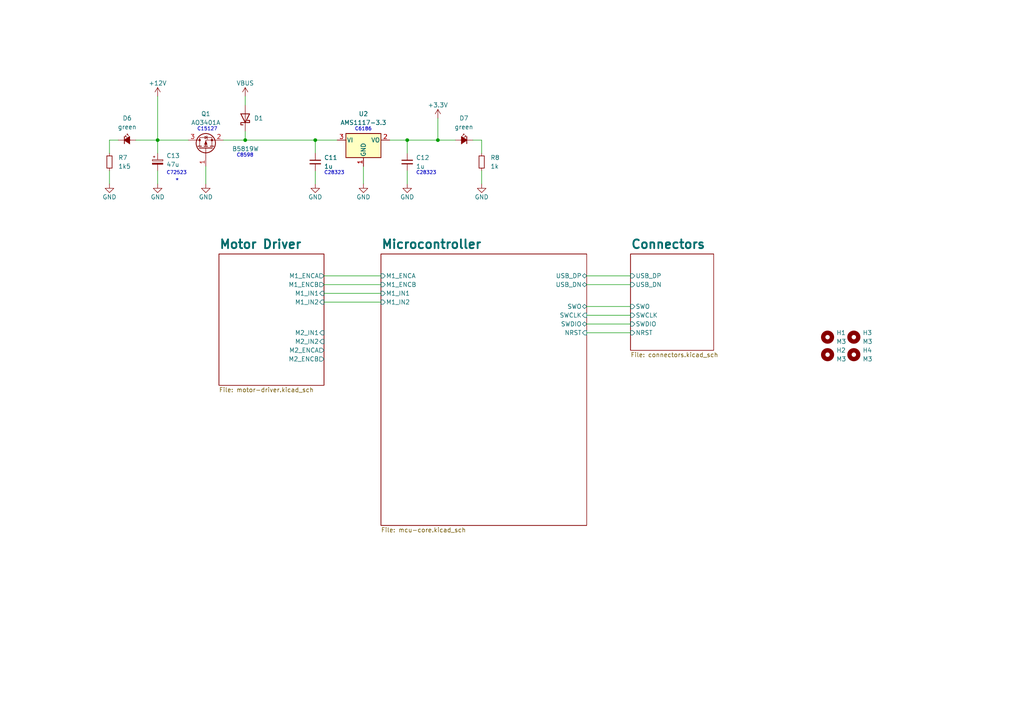
<source format=kicad_sch>
(kicad_sch (version 20211123) (generator eeschema)
  (paper "A4")
  (lib_symbols
    (symbol "Device:C_Polarized_Small" (pin_numbers hide) (pin_names (offset 0.254) hide)
      (property "Reference" "C" (at 0.254 1.778 0))
      (property "Value" "C_Polarized_Small" (at 0.254 -2.032 0))
      (symbol "C_Polarized_Small_0_1"
        (rectangle (start -1.524 -0.3048) (end 1.524 -0.6858) (fill (type outline)))
        (rectangle (start -1.524 0.6858) (end 1.524 0.3048))
        (polyline (pts (xy -1.27 1.524) (xy -0.762 1.524)))
        (polyline (pts (xy -1.016 1.27) (xy -1.016 1.778)))
      )
      (symbol "C_Polarized_Small_1_1"
        (pin passive line (at 0 2.54 270) (length 1.8542) (name "~") (number "1"))
        (pin passive line (at 0 -2.54 90) (length 1.8542) (name "~") (number "2"))
      )
    )
    (symbol "Device:C_Small" (pin_numbers hide) (pin_names (offset 0.254) hide)
      (property "Reference" "C" (at 0.254 1.778 0))
      (property "Value" "C_Small" (at 0.254 -2.032 0))
      (symbol "C_Small_0_1"
        (polyline (pts (xy -1.524 -0.508) (xy 1.524 -0.508)) (stroke (width 0.3302)))
        (polyline (pts (xy -1.524 0.508) (xy 1.524 0.508)) (stroke (width 0.3048)))
      )
      (symbol "C_Small_1_1"
        (pin passive line (at 0 2.54 270) (length 2.032) (name "~") (number "1"))
        (pin passive line (at 0 -2.54 90) (length 2.032) (name "~") (number "2"))
      )
    )
    (symbol "Device:D_Schottky" (pin_numbers hide) (pin_names (offset 1.016) hide)
      (property "Reference" "D" (at 0 2.54 0))
      (property "Value" "D_Schottky" (at 0 -2.54 0))
      (symbol "D_Schottky_0_1"
        (polyline (pts (xy 1.27 0) (xy -1.27 0)))
        (polyline (pts (xy 1.27 1.27) (xy 1.27 -1.27) (xy -1.27 0) (xy 1.27 1.27)) (stroke (width 0.254)))
        (polyline (pts (xy -1.905 0.635) (xy -1.905 1.27) (xy -1.27 1.27) (xy -1.27 -1.27) (xy -0.635 -1.27) (xy -0.635 -0.635)) (stroke (width 0.254)))
      )
      (symbol "D_Schottky_1_1"
        (pin passive line (at -3.81 0 0) (length 2.54) (name "K") (number "1"))
        (pin passive line (at 3.81 0 180) (length 2.54) (name "A") (number "2"))
      )
    )
    (symbol "Device:LED_Small_Filled" (pin_numbers hide) (pin_names (offset 0.254) hide)
      (property "Reference" "D" (at -1.27 3.175 0))
      (property "Value" "LED_Small_Filled" (at -4.445 -2.54 0))
      (symbol "LED_Small_Filled_0_1"
        (polyline (pts (xy -0.762 -1.016) (xy -0.762 1.016)) (stroke (width 0.254)))
        (polyline (pts (xy 1.016 0) (xy -0.762 0)))
        (polyline (pts (xy 0.762 -1.016) (xy -0.762 0) (xy 0.762 1.016) (xy 0.762 -1.016)) (stroke (width 0.254)) (fill (type outline)))
        (polyline (pts (xy 0 0.762) (xy -0.508 1.27) (xy -0.254 1.27) (xy -0.508 1.27) (xy -0.508 1.016)))
        (polyline (pts (xy 0.508 1.27) (xy 0 1.778) (xy 0.254 1.778) (xy 0 1.778) (xy 0 1.524)))
      )
      (symbol "LED_Small_Filled_1_1"
        (pin passive line (at -2.54 0 0) (length 1.778) (name "K") (number "1"))
        (pin passive line (at 2.54 0 180) (length 1.778) (name "A") (number "2"))
      )
    )
    (symbol "Device:R_Small" (pin_numbers hide) (pin_names (offset 0.254) hide)
      (property "Reference" "R" (at 0.762 0.508 0))
      (property "Value" "R_Small" (at 0.762 -1.016 0))
      (symbol "R_Small_0_1"
        (rectangle (start -0.762 1.778) (end 0.762 -1.778) (stroke (width 0.2032)))
      )
      (symbol "R_Small_1_1"
        (pin passive line (at 0 2.54 270) (length 0.762) (name "~") (number "1"))
        (pin passive line (at 0 -2.54 90) (length 0.762) (name "~") (number "2"))
      )
    )
    (symbol "Mechanical:MountingHole" (pin_names (offset 1.016))
      (property "Reference" "H" (at 0 5.08 0))
      (property "Value" "MountingHole" (at 0 3.175 0))
      (symbol "MountingHole_0_1"
        (circle (center 0 0) (radius 1.27) (stroke (width 1.27)))
      )
    )
    (symbol "Regulator_Linear:AMS1117-3.3" (pin_names (offset 0.254))
      (property "Reference" "U" (at -3.81 3.175 0))
      (property "Value" "AMS1117-3.3" (at 0 3.175 0))
      (symbol "AMS1117-3.3_0_1"
        (rectangle (start -5.08 -5.08) (end 5.08 1.905) (stroke (width 0.254)) (fill (type background)))
      )
      (symbol "AMS1117-3.3_1_1"
        (pin power_in line (at 0 -7.62 90) (length 2.54) (name "GND") (number "1"))
        (pin power_out line (at 7.62 0 180) (length 2.54) (name "VO") (number "2"))
        (pin power_in line (at -7.62 0 0) (length 2.54) (name "VI") (number "3"))
      )
    )
    (symbol "Transistor_FET:AO3401A" (pin_names hide)
      (property "Reference" "Q" (at 5.08 1.905 0))
      (property "Value" "AO3401A" (at 5.08 0 0))
      (symbol "AO3401A_0_1"
        (polyline (pts (xy 0.254 0) (xy -2.54 0)))
        (polyline (pts (xy 0.254 1.905) (xy 0.254 -1.905)) (stroke (width 0.254)))
        (polyline (pts (xy 0.762 -1.27) (xy 0.762 -2.286)) (stroke (width 0.254)))
        (polyline (pts (xy 0.762 0.508) (xy 0.762 -0.508)) (stroke (width 0.254)))
        (polyline (pts (xy 0.762 2.286) (xy 0.762 1.27)) (stroke (width 0.254)))
        (polyline (pts (xy 2.54 2.54) (xy 2.54 1.778)))
        (polyline (pts (xy 2.54 -2.54) (xy 2.54 0) (xy 0.762 0)))
        (polyline (pts (xy 0.762 1.778) (xy 3.302 1.778) (xy 3.302 -1.778) (xy 0.762 -1.778)))
        (polyline (pts (xy 2.286 0) (xy 1.27 0.381) (xy 1.27 -0.381) (xy 2.286 0)) (fill (type outline)))
        (polyline (pts (xy 2.794 -0.508) (xy 2.921 -0.381) (xy 3.683 -0.381) (xy 3.81 -0.254)))
        (polyline (pts (xy 3.302 -0.381) (xy 2.921 0.254) (xy 3.683 0.254) (xy 3.302 -0.381)))
        (circle (center 1.651 0) (radius 2.794) (stroke (width 0.254)))
        (circle (center 2.54 -1.778) (radius 0.254) (fill (type outline)))
        (circle (center 2.54 1.778) (radius 0.254) (fill (type outline)))
      )
      (symbol "AO3401A_1_1"
        (pin input line (at -5.08 0 0) (length 2.54) (name "G") (number "1"))
        (pin passive line (at 2.54 -5.08 90) (length 2.54) (name "S") (number "2"))
        (pin passive line (at 2.54 5.08 270) (length 2.54) (name "D") (number "3"))
      )
    )
    (symbol "power:+12V" (power) (pin_names (offset 0))
      (property "Value" "+12V" (at 0 3.556 0))
      (symbol "+12V_0_1"
        (polyline (pts (xy -0.762 1.27) (xy 0 2.54)))
        (polyline (pts (xy 0 0) (xy 0 2.54)))
        (polyline (pts (xy 0 2.54) (xy 0.762 1.27)))
      )
      (symbol "+12V_1_1"
        (pin power_in line (at 0 0 90) (length 0) hide (name "+12V") (number "1"))
      )
    )
    (symbol "power:+3.3V" (power) (pin_names (offset 0))
      (property "Value" "+3.3V" (at 0 3.556 0))
      (symbol "+3.3V_0_1"
        (polyline (pts (xy -0.762 1.27) (xy 0 2.54)))
        (polyline (pts (xy 0 0) (xy 0 2.54)))
        (polyline (pts (xy 0 2.54) (xy 0.762 1.27)))
      )
      (symbol "+3.3V_1_1"
        (pin power_in line (at 0 0 90) (length 0) hide (name "+3.3V") (number "1"))
      )
    )
    (symbol "power:GND" (power) (pin_names (offset 0))
      (property "Value" "GND" (at 0 -3.81 0))
      (symbol "GND_0_1"
        (polyline (pts (xy 0 0) (xy 0 -1.27) (xy 1.27 -1.27) (xy 0 -2.54) (xy -1.27 -1.27) (xy 0 -1.27)))
      )
      (symbol "GND_1_1"
        (pin power_in line (at 0 0 270) (length 0) hide (name "GND") (number "1"))
      )
    )
    (symbol "power:VBUS" (power) (pin_names (offset 0))
      (property "Value" "VBUS" (at 0 3.81 0))
      (symbol "VBUS_0_1"
        (polyline (pts (xy -0.762 1.27) (xy 0 2.54)))
        (polyline (pts (xy 0 0) (xy 0 2.54)))
        (polyline (pts (xy 0 2.54) (xy 0.762 1.27)))
      )
      (symbol "VBUS_1_1"
        (pin power_in line (at 0 0 90) (length 0) hide (name "VBUS") (number "1"))
      )
    )
  )
  (junction (at 71.12 40.64))
  (junction (at 118.11 40.64))
  (junction (at 127 40.64))
  (junction (at 91.44 40.64))
  (junction (at 45.72 40.64))
  (wire (pts (xy 45.72 40.64) (xy 54.61 40.64)))
  (wire (pts (xy 170.18 96.52) (xy 182.88 96.52)))
  (wire (pts (xy 113.03 40.64) (xy 118.11 40.64)))
  (wire (pts (xy 31.75 44.45) (xy 31.75 40.64)))
  (wire (pts (xy 91.44 40.64) (xy 91.44 44.45)))
  (wire (pts (xy 93.98 87.63) (xy 110.49 87.63)))
  (wire (pts (xy 64.77 40.64) (xy 71.12 40.64)))
  (wire (pts (xy 93.98 85.09) (xy 110.49 85.09)))
  (wire (pts (xy 170.18 82.55) (xy 182.88 82.55)))
  (wire (pts (xy 170.18 91.44) (xy 182.88 91.44)))
  (wire (pts (xy 71.12 38.1) (xy 71.12 40.64)))
  (wire (pts (xy 127 40.64) (xy 132.08 40.64)))
  (wire (pts (xy 139.7 49.53) (xy 139.7 53.34)))
  (wire (pts (xy 93.98 82.55) (xy 110.49 82.55)))
  (wire (pts (xy 91.44 49.53) (xy 91.44 53.34)))
  (wire (pts (xy 139.7 44.45) (xy 139.7 40.64)))
  (wire (pts (xy 170.18 88.9) (xy 182.88 88.9)))
  (wire (pts (xy 59.69 48.26) (xy 59.69 53.34)))
  (wire (pts (xy 118.11 40.64) (xy 127 40.64)))
  (wire (pts (xy 170.18 80.01) (xy 182.88 80.01)))
  (wire (pts (xy 118.11 40.64) (xy 118.11 44.45)))
  (wire (pts (xy 71.12 40.64) (xy 91.44 40.64)))
  (wire (pts (xy 31.75 49.53) (xy 31.75 53.34)))
  (wire (pts (xy 45.72 27.94) (xy 45.72 40.64)))
  (wire (pts (xy 127 34.29) (xy 127 40.64)))
  (wire (pts (xy 170.18 93.98) (xy 182.88 93.98)))
  (wire (pts (xy 45.72 40.64) (xy 45.72 44.45)))
  (wire (pts (xy 71.12 27.94) (xy 71.12 30.48)))
  (wire (pts (xy 31.75 40.64) (xy 34.29 40.64)))
  (wire (pts (xy 139.7 40.64) (xy 137.16 40.64)))
  (wire (pts (xy 97.79 40.64) (xy 91.44 40.64)))
  (wire (pts (xy 93.98 80.01) (xy 110.49 80.01)))
  (wire (pts (xy 105.41 48.26) (xy 105.41 53.34)))
  (wire (pts (xy 45.72 49.53) (xy 45.72 53.34)))
  (wire (pts (xy 39.37 40.64) (xy 45.72 40.64)))
  (wire (pts (xy 118.11 49.53) (xy 118.11 53.34)))
  (text "C28323" (at 120.65 50.8 0) (effects (font (size 1 1)) (justify left bottom)))
  (text "*" (at 50.8 53.34 0) (effects (font (size 1.27 1.27)) (justify left bottom)))
  (text "C6186" (at 102.87 38.1 0) (effects (font (size 1 1)) (justify left bottom)))
  (text "C28323" (at 93.98 50.8 0) (effects (font (size 1 1)) (justify left bottom)))
  (text "C15127" (at 57.15 38.1 0) (effects (font (size 1 1)) (justify left bottom)))
  (text "C8598" (at 68.58 45.72 0) (effects (font (size 1 1)) (justify left bottom)))
  (text "C72523" (at 48.26 50.8 0) (effects (font (size 1 1)) (justify left bottom)))
  (symbol (lib_id "Transistor_FET:AO3401A") (at 59.69 43.18 90) (unit 1)
    (property "Reference" "Q1" (at 59.69 33.02 90))
    (property "Value" "AO3401A" (at 59.69 35.56 90))
    (property "Footprint" "Package_TO_SOT_SMD:SOT-23" (effects hide))
    (property "Datasheet" "http://www.aosmd.com/pdfs/datasheet/AO3401A.pdf" (effects hide))
  )
  (symbol (lib_id "Device:C_Polarized_Small") (at 45.72 46.99 0) (unit 1)
    (property "Reference" "C13" (at 48.26 45.1738 0) (effects (justify left)))
    (property "Value" "47u" (at 48.26 47.7138 0) (effects (justify left)))
    (property "Footprint" "Capacitor_SMD:CP_Elec_6.3x7.7" (effects hide))
  )
  (symbol (lib_id "Mechanical:MountingHole") (at 247.65 97.79 0) (unit 1)
    (property "Reference" "H3" (at 250.19 96.5199 0) (effects (justify left)))
    (property "Value" "M3" (at 250.19 99.0599 0) (effects (justify left)))
    (property "Footprint" "MountingHole:MountingHole_3.2mm_M3_DIN965_Pad" (effects hide))
  )
  (symbol (lib_id "Device:LED_Small_Filled") (at 36.83 40.64 0) (unit 1)
    (property "Reference" "D6" (at 36.8935 34.29 0))
    (property "Value" "green" (at 36.8935 36.83 0))
    (property "Footprint" "LED_SMD:LED_0603_1608Metric" (effects hide))
  )
  (symbol (lib_id "power:VBUS") (at 71.12 27.94 0) (unit 1)
    (property "Reference" "#PWR014" (effects hide))
    (property "Value" "VBUS" (at 71.12 24.13 0))
  )
  (symbol (lib_id "Regulator_Linear:AMS1117-3.3") (at 105.41 40.64 0) (unit 1)
    (property "Reference" "U2" (at 105.41 33.02 0))
    (property "Value" "AMS1117-3.3" (at 105.41 35.56 0))
    (property "Footprint" "Package_TO_SOT_SMD:SOT-223-3_TabPin2" (effects hide))
    (property "Datasheet" "http://www.advanced-monolithic.com/pdf/ds1117.pdf" (effects hide))
  )
  (symbol (lib_id "power:GND") (at 118.11 53.34 0) (unit 1)
    (property "Reference" "#PWR017" (effects hide))
    (property "Value" "GND" (at 118.11 57.15 0))
  )
  (symbol (lib_id "power:+3.3V") (at 127 34.29 0) (unit 1)
    (property "Reference" "#PWR018" (effects hide))
    (property "Value" "+3.3V" (at 127 30.48 0))
  )
  (symbol (lib_id "Device:LED_Small_Filled") (at 134.62 40.64 0) (mirror y) (unit 1)
    (property "Reference" "D7" (at 134.5565 34.29 0))
    (property "Value" "green" (at 134.5565 36.83 0))
    (property "Footprint" "LED_SMD:LED_0603_1608Metric" (effects hide))
  )
  (symbol (lib_id "Mechanical:MountingHole") (at 240.03 102.87 0) (unit 1)
    (property "Reference" "H2" (at 242.57 101.5999 0) (effects (justify left)))
    (property "Value" "M3" (at 242.57 104.1399 0) (effects (justify left)))
    (property "Footprint" "MountingHole:MountingHole_3.2mm_M3_DIN965_Pad" (effects hide))
  )
  (symbol (lib_id "power:GND") (at 59.69 53.34 0) (unit 1)
    (property "Reference" "#PWR030" (effects hide))
    (property "Value" "GND" (at 59.69 57.15 0))
  )
  (symbol (lib_id "Device:C_Small") (at 91.44 46.99 0) (unit 1)
    (property "Reference" "C11" (at 93.98 45.7262 0) (effects (justify left)))
    (property "Value" "1u" (at 93.98 48.2662 0) (effects (justify left)))
    (property "Footprint" "Capacitor_SMD:C_0805_2012Metric" (effects hide))
  )
  (symbol (lib_id "power:+12V") (at 45.72 27.94 0) (unit 1)
    (property "Reference" "#PWR026" (effects hide))
    (property "Value" "+12V" (at 45.72 24.13 0))
  )
  (symbol (lib_id "Device:R_Small") (at 31.75 46.99 0) (unit 1)
    (property "Reference" "R7" (at 34.29 45.7199 0) (effects (justify left)))
    (property "Value" "1k5" (at 34.29 48.2599 0) (effects (justify left)))
    (property "Footprint" "Resistor_SMD:R_0603_1608Metric" (effects hide))
  )
  (symbol (lib_id "power:GND") (at 139.7 53.34 0) (mirror y) (unit 1)
    (property "Reference" "#PWR042" (effects hide))
    (property "Value" "GND" (at 139.7 57.15 0))
  )
  (symbol (lib_id "power:GND") (at 91.44 53.34 0) (unit 1)
    (property "Reference" "#PWR015" (effects hide))
    (property "Value" "GND" (at 91.44 57.15 0))
  )
  (symbol (lib_id "Device:R_Small") (at 139.7 46.99 0) (mirror y) (unit 1)
    (property "Reference" "R8" (at 142.24 45.7199 0) (effects (justify right)))
    (property "Value" "1k" (at 142.24 48.2599 0) (effects (justify right)))
    (property "Footprint" "Resistor_SMD:R_0603_1608Metric" (effects hide))
  )
  (symbol (lib_id "power:GND") (at 45.72 53.34 0) (unit 1)
    (property "Reference" "#PWR027" (effects hide))
    (property "Value" "GND" (at 45.72 57.15 0))
  )
  (symbol (lib_id "Mechanical:MountingHole") (at 240.03 97.79 0) (unit 1)
    (property "Reference" "H1" (at 242.57 96.5199 0) (effects (justify left)))
    (property "Value" "M3" (at 242.57 99.0599 0) (effects (justify left)))
    (property "Footprint" "MountingHole:MountingHole_3.2mm_M3_DIN965_Pad" (effects hide))
  )
  (symbol (lib_id "Device:C_Small") (at 118.11 46.99 0) (unit 1)
    (property "Reference" "C12" (at 120.65 45.7262 0) (effects (justify left)))
    (property "Value" "1u" (at 120.65 48.2662 0) (effects (justify left)))
    (property "Footprint" "Capacitor_SMD:C_0805_2012Metric" (effects hide))
  )
  (symbol (lib_id "power:GND") (at 31.75 53.34 0) (unit 1)
    (property "Reference" "#PWR041" (effects hide))
    (property "Value" "GND" (at 31.75 57.15 0))
  )
  (symbol (lib_id "Mechanical:MountingHole") (at 247.65 102.87 0) (unit 1)
    (property "Reference" "H4" (at 250.19 101.5999 0) (effects (justify left)))
    (property "Value" "M3" (at 250.19 104.1399 0) (effects (justify left)))
    (property "Footprint" "MountingHole:MountingHole_3.2mm_M3_DIN965_Pad" (effects hide))
  )
  (symbol (lib_id "Device:D_Schottky") (at 71.12 34.29 90) (unit 1)
    (property "Reference" "D1" (at 73.66 34.29 90) (effects (justify right)))
    (property "Value" "B5819W" (at 67.31 43.18 90) (effects (justify right)))
    (property "Footprint" "Diode_SMD:D_SOD-123" (effects hide))
  )
  (symbol (lib_id "power:GND") (at 105.41 53.34 0) (unit 1)
    (property "Reference" "#PWR016" (effects hide))
    (property "Value" "GND" (at 105.41 57.15 0))
  )
  (sheet (at 110.49 73.66) (size 59.69 78.74) (stroke (width 0.1524))
    (property "Sheet name" "Microcontroller" (at 110.49 72.3134 0) (effects (font (size 2.54 2.54) bold) (justify left bottom)))
    (property "Sheet file" "mcu-core.kicad_sch" (at 110.49 152.9846 0) (effects (justify left top)))
    (pin "USB_DP" bidirectional (at 170.18 80.01 0))
    (pin "USB_DN" bidirectional (at 170.18 82.55 0))
    (pin "SWO" bidirectional (at 170.18 88.9 0))
    (pin "SWCLK" input (at 170.18 91.44 0))
    (pin "SWDIO" bidirectional (at 170.18 93.98 0))
    (pin "NRST" input (at 170.18 96.52 0))
    (pin "M1_IN1" input (at 110.49 85.09 180))
    (pin "M1_IN2" input (at 110.49 87.63 180))
    (pin "M1_ENCA" input (at 110.49 80.01 180))
    (pin "M1_ENCB" input (at 110.49 82.55 180))
  )
  (sheet (at 63.5 73.66) (size 30.48 38.1) (stroke (width 0.1524))
    (property "Sheet name" "Motor Driver" (at 63.5 72.3134 0) (effects (font (size 2.54 2.54) bold) (justify left bottom)))
    (property "Sheet file" "motor-driver.kicad_sch" (at 63.5 112.3446 0) (effects (justify left top)))
    (pin "M1_ENCA" output (at 93.98 80.01 0))
    (pin "M1_ENCB" output (at 93.98 82.55 0))
    (pin "M1_IN1" input (at 93.98 85.09 0))
    (pin "M1_IN2" input (at 93.98 87.63 0))
    (pin "M2_IN2" input (at 93.98 99.06 0))
    (pin "M2_IN1" input (at 93.98 96.52 0))
    (pin "M2_ENCA" output (at 93.98 101.6 0))
    (pin "M2_ENCB" output (at 93.98 104.14 0))
  )
  (sheet (at 182.88 73.66) (size 24.13 27.94) (stroke (width 0.1524))
    (property "Sheet name" "Connectors" (at 182.88 72.3134 0) (effects (font (size 2.54 2.54) bold) (justify left bottom)))
    (property "Sheet file" "connectors.kicad_sch" (at 182.88 102.1846 0) (effects (justify left top)))
    (pin "USB_DP" input (at 182.88 80.01 180))
    (pin "USB_DN" input (at 182.88 82.55 180))
    (pin "SWCLK" input (at 182.88 91.44 180))
    (pin "SWDIO" input (at 182.88 93.98 180))
    (pin "SWO" input (at 182.88 88.9 180))
    (pin "NRST" input (at 182.88 96.52 180))
  )
)
</source>
